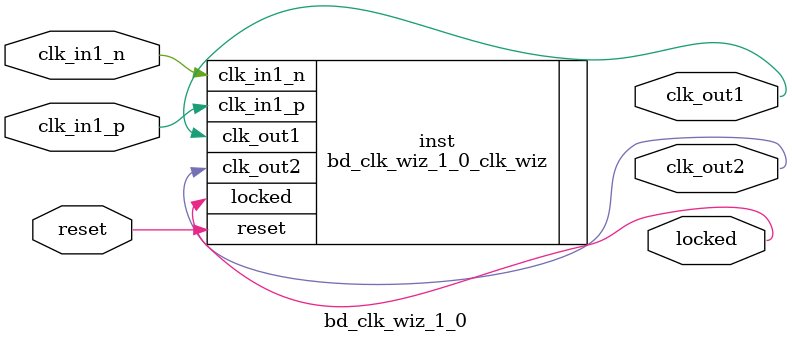
<source format=v>


`timescale 1ps/1ps

(* CORE_GENERATION_INFO = "bd_clk_wiz_1_0,clk_wiz_v6_0_10_0_0,{component_name=bd_clk_wiz_1_0,use_phase_alignment=true,use_min_o_jitter=false,use_max_i_jitter=false,use_dyn_phase_shift=false,use_inclk_switchover=false,use_dyn_reconfig=false,enable_axi=0,feedback_source=FDBK_AUTO,PRIMITIVE=MMCM,num_out_clk=2,clkin1_period=10.000,clkin2_period=10.000,use_power_down=false,use_reset=true,use_locked=true,use_inclk_stopped=false,feedback_type=SINGLE,CLOCK_MGR_TYPE=NA,manual_override=false}" *)

module bd_clk_wiz_1_0 
 (
  // Clock out ports
  output        clk_out1,
  output        clk_out2,
  // Status and control signals
  input         reset,
  output        locked,
 // Clock in ports
  input         clk_in1_p,
  input         clk_in1_n
 );

  bd_clk_wiz_1_0_clk_wiz inst
  (
  // Clock out ports  
  .clk_out1(clk_out1),
  .clk_out2(clk_out2),
  // Status and control signals               
  .reset(reset), 
  .locked(locked),
 // Clock in ports
  .clk_in1_p(clk_in1_p),
  .clk_in1_n(clk_in1_n)
  );

endmodule

</source>
